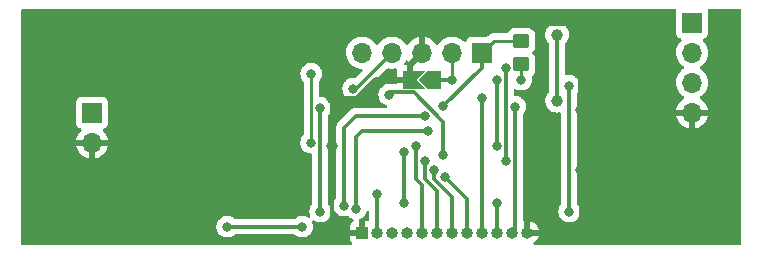
<source format=gbl>
G04 #@! TF.GenerationSoftware,KiCad,Pcbnew,(6.0.6)*
G04 #@! TF.CreationDate,2023-04-02T13:24:19+02:00*
G04 #@! TF.ProjectId,LampeSolairePetite,4c616d70-6553-46f6-9c61-697265506574,R00*
G04 #@! TF.SameCoordinates,PX5f5e100PY5cfbb60*
G04 #@! TF.FileFunction,Copper,L2,Bot*
G04 #@! TF.FilePolarity,Positive*
%FSLAX46Y46*%
G04 Gerber Fmt 4.6, Leading zero omitted, Abs format (unit mm)*
G04 Created by KiCad (PCBNEW (6.0.6)) date 2023-04-02 13:24:19*
%MOMM*%
%LPD*%
G01*
G04 APERTURE LIST*
G04 Aperture macros list*
%AMRoundRect*
0 Rectangle with rounded corners*
0 $1 Rounding radius*
0 $2 $3 $4 $5 $6 $7 $8 $9 X,Y pos of 4 corners*
0 Add a 4 corners polygon primitive as box body*
4,1,4,$2,$3,$4,$5,$6,$7,$8,$9,$2,$3,0*
0 Add four circle primitives for the rounded corners*
1,1,$1+$1,$2,$3*
1,1,$1+$1,$4,$5*
1,1,$1+$1,$6,$7*
1,1,$1+$1,$8,$9*
0 Add four rect primitives between the rounded corners*
20,1,$1+$1,$2,$3,$4,$5,0*
20,1,$1+$1,$4,$5,$6,$7,0*
20,1,$1+$1,$6,$7,$8,$9,0*
20,1,$1+$1,$8,$9,$2,$3,0*%
%AMFreePoly0*
4,1,6,0.587500,0.000000,1.287500,-0.725000,-0.587500,-0.725000,-0.587500,0.725000,1.287500,0.725000,0.587500,0.000000,0.587500,0.000000,$1*%
%AMFreePoly1*
4,1,6,0.587500,-0.725000,-0.587500,-0.725000,-1.287500,0.000000,-0.587500,0.725000,0.587500,0.725000,0.587500,-0.725000,0.587500,-0.725000,$1*%
G04 Aperture macros list end*
G04 #@! TA.AperFunction,ComponentPad*
%ADD10R,1.700000X1.700000*%
G04 #@! TD*
G04 #@! TA.AperFunction,ComponentPad*
%ADD11O,1.700000X1.700000*%
G04 #@! TD*
G04 #@! TA.AperFunction,SMDPad,CuDef*
%ADD12FreePoly0,0.000000*%
G04 #@! TD*
G04 #@! TA.AperFunction,SMDPad,CuDef*
%ADD13FreePoly1,0.000000*%
G04 #@! TD*
G04 #@! TA.AperFunction,SMDPad,CuDef*
%ADD14RoundRect,0.250000X-0.450000X0.350000X-0.450000X-0.350000X0.450000X-0.350000X0.450000X0.350000X0*%
G04 #@! TD*
G04 #@! TA.AperFunction,ComponentPad*
%ADD15R,1.000000X1.000000*%
G04 #@! TD*
G04 #@! TA.AperFunction,ComponentPad*
%ADD16O,1.000000X1.000000*%
G04 #@! TD*
G04 #@! TA.AperFunction,ViaPad*
%ADD17C,0.800000*%
G04 #@! TD*
G04 #@! TA.AperFunction,ViaPad*
%ADD18C,1.000000*%
G04 #@! TD*
G04 #@! TA.AperFunction,Conductor*
%ADD19C,0.300000*%
G04 #@! TD*
G04 #@! TA.AperFunction,Conductor*
%ADD20C,0.500000*%
G04 #@! TD*
G04 #@! TA.AperFunction,Conductor*
%ADD21C,0.250000*%
G04 #@! TD*
G04 APERTURE END LIST*
D10*
X47320000Y23840000D03*
D11*
X47320000Y21300000D03*
X47320000Y18760000D03*
X47320000Y16220000D03*
X19375000Y21300000D03*
X21915000Y21300000D03*
X24455000Y21300000D03*
X26995000Y21300000D03*
D10*
X29535000Y21300000D03*
D12*
X23422500Y19014000D03*
D13*
X25497500Y19014000D03*
D14*
X32842000Y22300000D03*
X32842000Y20300000D03*
D15*
X19380000Y6060000D03*
D16*
X20650000Y6060000D03*
X21920000Y6060000D03*
X23190000Y6060000D03*
X24460000Y6060000D03*
X25730000Y6060000D03*
X27000000Y6060000D03*
X28270000Y6060000D03*
X29540000Y6060000D03*
X30810000Y6060000D03*
X32080000Y6060000D03*
X33350000Y6060000D03*
D11*
X-3480000Y13680000D03*
D10*
X-3480000Y16220000D03*
D17*
X32334000Y16728000D03*
X31572000Y12156000D03*
X31542500Y20030000D03*
X18618000Y18252000D03*
X21666000Y17744000D03*
X26238000Y12664000D03*
X14300000Y6568000D03*
X7950000Y6568000D03*
X17856000Y8346000D03*
X24676683Y15959362D03*
X18872000Y8092000D03*
X24947262Y14661213D03*
X36906000Y18506000D03*
X36906000Y7838000D03*
X30810000Y8600000D03*
X22936000Y8600000D03*
X22936000Y12918000D03*
X20650000Y9362000D03*
X23952000Y13426000D03*
X24714000Y12156000D03*
X25476000Y11394000D03*
X26386977Y10780977D03*
D18*
X37922000Y11394000D03*
X35890000Y22824000D03*
X35890000Y17236000D03*
D17*
X26259977Y16749977D03*
X29540000Y17490000D03*
X15824000Y7838000D03*
X15824000Y16640500D03*
X30793000Y13425340D03*
X30793000Y19013340D03*
X15062000Y13680000D03*
X15062000Y19522000D03*
D18*
X5918000Y18506000D03*
X5918000Y15712000D03*
X16840000Y13426000D03*
X16840000Y17490000D03*
D17*
X32842000Y19014000D03*
X27000000Y19014000D03*
D18*
X37922000Y16474000D03*
X37922000Y20538000D03*
D19*
X32334000Y16728000D02*
X32334000Y6314000D01*
X32334000Y6314000D02*
X32080000Y6060000D01*
X31542500Y12185500D02*
X31572000Y12156000D01*
X31542500Y20030000D02*
X31542500Y12185500D01*
X30810000Y13442340D02*
X30793000Y13425340D01*
X30793000Y19013340D02*
X30810000Y18996340D01*
X30810000Y18996340D02*
X30810000Y13442340D01*
X18618000Y18252000D02*
X18867000Y18252000D01*
D20*
X18969875Y17402500D02*
X16927500Y17402500D01*
X20581375Y19014000D02*
X18969875Y17402500D01*
D19*
X21666000Y17880000D02*
X21666000Y17744000D01*
X21725000Y17939000D02*
X21666000Y17880000D01*
X23757000Y17939000D02*
X21725000Y17939000D01*
X26238000Y12664000D02*
X26238000Y15458000D01*
X19345213Y14661213D02*
X24947262Y14661213D01*
X26238000Y15458000D02*
X23757000Y17939000D01*
X18872000Y14188000D02*
X19345213Y14661213D01*
X18872000Y8092000D02*
X18872000Y14188000D01*
D20*
X16927500Y17402500D02*
X16840000Y17490000D01*
D19*
X18865362Y15959362D02*
X24676683Y15959362D01*
X18867000Y18252000D02*
X21915000Y21300000D01*
X17856000Y14950000D02*
X18865362Y15959362D01*
D20*
X23422500Y19014000D02*
X20581375Y19014000D01*
D19*
X17856000Y8346000D02*
X17856000Y14950000D01*
X29535000Y20025000D02*
X26259977Y16749977D01*
X29535000Y21300000D02*
X29535000Y20025000D01*
X7950000Y6568000D02*
X14300000Y6568000D01*
X36906000Y7838000D02*
X36906000Y18506000D01*
X22936000Y12918000D02*
X22936000Y8600000D01*
X30810000Y6060000D02*
X30810000Y8600000D01*
X16840000Y6568000D02*
X16840000Y13426000D01*
X17348000Y6060000D02*
X16840000Y6568000D01*
X19380000Y6060000D02*
X17348000Y6060000D01*
X20650000Y9362000D02*
X20650000Y6060000D01*
X23952000Y10632000D02*
X23952000Y13426000D01*
X24460000Y10124000D02*
X23952000Y10632000D01*
X24460000Y6060000D02*
X24460000Y10124000D01*
X25730000Y9616000D02*
X24714000Y10632000D01*
X24714000Y10632000D02*
X24714000Y12156000D01*
X25730000Y6060000D02*
X25730000Y9616000D01*
X27000000Y6060000D02*
X27000000Y9108000D01*
X28270000Y8897954D02*
X26386977Y10780977D01*
X28270000Y6060000D02*
X28270000Y8897954D01*
X25476000Y10632000D02*
X25476000Y11394000D01*
X27000000Y9108000D02*
X25476000Y10632000D01*
X37922000Y7330000D02*
X37922000Y11394000D01*
X36652000Y6060000D02*
X37922000Y7330000D01*
X33350000Y6060000D02*
X36652000Y6060000D01*
X37922000Y11394000D02*
X37922000Y16474000D01*
X35890000Y17236000D02*
X35890000Y22824000D01*
D20*
X37922000Y22824000D02*
X37922000Y20538000D01*
X25476000Y23840000D02*
X36906000Y23840000D01*
X24455000Y22819000D02*
X25476000Y23840000D01*
X24455000Y21300000D02*
X24455000Y22819000D01*
X36906000Y23840000D02*
X37922000Y22824000D01*
D19*
X29540000Y17490000D02*
X29540000Y6060000D01*
X15824000Y16640500D02*
X15824000Y7838000D01*
D21*
X15062000Y19522000D02*
X15062000Y13680000D01*
D20*
X5918000Y18506000D02*
X5918000Y15712000D01*
D19*
X16840000Y13426000D02*
X16840000Y17490000D01*
D20*
X23422500Y20267500D02*
X23422500Y19014000D01*
X24455000Y21300000D02*
X23422500Y20267500D01*
D19*
X25497500Y19014000D02*
X27000000Y19014000D01*
D21*
X32842000Y19014000D02*
X32842000Y20300000D01*
X26995000Y19019000D02*
X27000000Y19014000D01*
X26995000Y21300000D02*
X26995000Y19019000D01*
X32826000Y22316000D02*
X32842000Y22300000D01*
X30551000Y22316000D02*
X32826000Y22316000D01*
X29535000Y21300000D02*
X30551000Y22316000D01*
D20*
X37922000Y20538000D02*
X37922000Y16474000D01*
G04 #@! TA.AperFunction,Conductor*
G36*
X45926249Y24971498D02*
G01*
X45972742Y24917842D01*
X45982846Y24847568D01*
X45976111Y24821272D01*
X45968255Y24800316D01*
X45961500Y24738134D01*
X45961500Y22941866D01*
X45968255Y22879684D01*
X46019385Y22743295D01*
X46106739Y22626739D01*
X46223295Y22539385D01*
X46231704Y22536233D01*
X46231705Y22536232D01*
X46340451Y22495465D01*
X46397216Y22452824D01*
X46421916Y22386262D01*
X46406709Y22316913D01*
X46387316Y22290432D01*
X46321280Y22221329D01*
X46260629Y22157862D01*
X46257720Y22153597D01*
X46257714Y22153589D01*
X46214193Y22089789D01*
X46134743Y21973320D01*
X46040688Y21770695D01*
X45980989Y21555430D01*
X45957251Y21333305D01*
X45957548Y21328152D01*
X45957548Y21328149D01*
X45963011Y21233410D01*
X45970110Y21110285D01*
X45971247Y21105239D01*
X45971248Y21105233D01*
X45982031Y21057386D01*
X46019222Y20892361D01*
X46103266Y20685384D01*
X46105965Y20680980D01*
X46217291Y20499312D01*
X46219987Y20494912D01*
X46366250Y20326062D01*
X46538126Y20183368D01*
X46608595Y20142189D01*
X46611445Y20140524D01*
X46660169Y20088886D01*
X46673240Y20019103D01*
X46646509Y19953331D01*
X46606055Y19919973D01*
X46593607Y19913493D01*
X46589474Y19910390D01*
X46589471Y19910388D01*
X46419100Y19782470D01*
X46414965Y19779365D01*
X46411393Y19775627D01*
X46276251Y19634209D01*
X46260629Y19617862D01*
X46257715Y19613590D01*
X46257714Y19613589D01*
X46239838Y19587383D01*
X46134743Y19433320D01*
X46108213Y19376166D01*
X46048720Y19247998D01*
X46040688Y19230695D01*
X45980989Y19015430D01*
X45957251Y18793305D01*
X45957548Y18788152D01*
X45957548Y18788149D01*
X45969812Y18575453D01*
X45970110Y18570285D01*
X45971247Y18565239D01*
X45971248Y18565233D01*
X45983118Y18512565D01*
X46019222Y18352361D01*
X46057461Y18258189D01*
X46089236Y18179937D01*
X46103266Y18145384D01*
X46125396Y18109271D01*
X46211320Y17969056D01*
X46219987Y17954912D01*
X46366250Y17786062D01*
X46538126Y17643368D01*
X46563525Y17628526D01*
X46611955Y17600226D01*
X46660679Y17548588D01*
X46673750Y17478805D01*
X46647019Y17413033D01*
X46606562Y17379673D01*
X46598457Y17375454D01*
X46589738Y17369964D01*
X46419433Y17242095D01*
X46411726Y17235252D01*
X46264590Y17081283D01*
X46258104Y17073273D01*
X46138098Y16897351D01*
X46133000Y16888377D01*
X46043338Y16695217D01*
X46039775Y16685530D01*
X45984389Y16485817D01*
X45985912Y16477393D01*
X45998292Y16474000D01*
X48638344Y16474000D01*
X48651875Y16477973D01*
X48653180Y16487053D01*
X48611214Y16654125D01*
X48607894Y16663876D01*
X48522972Y16859186D01*
X48518105Y16868261D01*
X48402426Y17047074D01*
X48396136Y17055243D01*
X48252806Y17212760D01*
X48245273Y17219785D01*
X48078139Y17351778D01*
X48069556Y17357480D01*
X48032602Y17377880D01*
X47982631Y17428313D01*
X47967859Y17497755D01*
X47992975Y17564161D01*
X48020327Y17590768D01*
X48074409Y17629344D01*
X48199860Y17718827D01*
X48256180Y17774950D01*
X48303089Y17821696D01*
X48358096Y17876511D01*
X48367739Y17889930D01*
X48485435Y18053723D01*
X48488453Y18057923D01*
X48515089Y18111816D01*
X48585136Y18253547D01*
X48585137Y18253549D01*
X48587430Y18258189D01*
X48652370Y18471931D01*
X48681529Y18693410D01*
X48683156Y18760000D01*
X48664852Y18982639D01*
X48610431Y19199298D01*
X48521354Y19404160D01*
X48454200Y19507964D01*
X48402822Y19587383D01*
X48402820Y19587386D01*
X48400014Y19591723D01*
X48249670Y19756949D01*
X48245619Y19760148D01*
X48245615Y19760152D01*
X48078414Y19892200D01*
X48078410Y19892202D01*
X48074359Y19895402D01*
X48033053Y19918204D01*
X47983084Y19968636D01*
X47968312Y20038079D01*
X47993428Y20104484D01*
X48020780Y20131091D01*
X48064603Y20162350D01*
X48199860Y20258827D01*
X48250447Y20309237D01*
X48294124Y20352762D01*
X48358096Y20416511D01*
X48417594Y20499311D01*
X48485435Y20593723D01*
X48488453Y20597923D01*
X48501995Y20625322D01*
X48585136Y20793547D01*
X48585137Y20793549D01*
X48587430Y20798189D01*
X48652370Y21011931D01*
X48681529Y21233410D01*
X48681897Y21248478D01*
X48683074Y21296635D01*
X48683074Y21296639D01*
X48683156Y21300000D01*
X48664852Y21522639D01*
X48610431Y21739298D01*
X48521354Y21944160D01*
X48460371Y22038426D01*
X48402822Y22127383D01*
X48402820Y22127386D01*
X48400014Y22131723D01*
X48396532Y22135550D01*
X48252798Y22293512D01*
X48221746Y22357358D01*
X48230141Y22427857D01*
X48275317Y22482625D01*
X48301761Y22496294D01*
X48408297Y22536233D01*
X48416705Y22539385D01*
X48533261Y22626739D01*
X48620615Y22743295D01*
X48671745Y22879684D01*
X48678500Y22941866D01*
X48678500Y24738134D01*
X48671745Y24800316D01*
X48663889Y24821272D01*
X48658707Y24892079D01*
X48692629Y24954448D01*
X48754885Y24988576D01*
X48781872Y24991500D01*
X51365500Y24991500D01*
X51433621Y24971498D01*
X51480114Y24917842D01*
X51491500Y24865500D01*
X51491500Y5134500D01*
X51471498Y5066379D01*
X51417842Y5019886D01*
X51365500Y5008500D01*
X34007404Y5008500D01*
X33939283Y5028502D01*
X33892790Y5082158D01*
X33882686Y5152432D01*
X33912180Y5217012D01*
X33929831Y5233790D01*
X34043645Y5322711D01*
X34052527Y5331169D01*
X34173643Y5471483D01*
X34180711Y5481503D01*
X34272262Y5642663D01*
X34277256Y5653879D01*
X34322142Y5788810D01*
X34322643Y5802903D01*
X34316454Y5806000D01*
X33222000Y5806000D01*
X33153879Y5826002D01*
X33107386Y5879658D01*
X33096000Y5932000D01*
X33096000Y6332115D01*
X33604000Y6332115D01*
X33608475Y6316876D01*
X33609865Y6315671D01*
X33617548Y6314000D01*
X34308183Y6314000D01*
X34321714Y6317973D01*
X34322806Y6325567D01*
X34288231Y6440081D01*
X34283560Y6451414D01*
X34196540Y6615077D01*
X34189751Y6625294D01*
X34072603Y6768933D01*
X34063959Y6777637D01*
X33921144Y6895784D01*
X33910973Y6902644D01*
X33747924Y6990804D01*
X33736619Y6995556D01*
X33621308Y7031250D01*
X33607205Y7031456D01*
X33604000Y7024701D01*
X33604000Y6332115D01*
X33096000Y6332115D01*
X33096000Y7017924D01*
X33091525Y7033163D01*
X33088613Y7035686D01*
X33035986Y7059721D01*
X32997603Y7119447D01*
X32992500Y7154944D01*
X32992500Y16053241D01*
X33012502Y16121362D01*
X33024864Y16137551D01*
X33068621Y16186148D01*
X33068622Y16186149D01*
X33073040Y16191056D01*
X33168527Y16356444D01*
X33227542Y16538072D01*
X33228680Y16548893D01*
X33246814Y16721435D01*
X33247504Y16728000D01*
X33236428Y16833380D01*
X33228232Y16911365D01*
X33228232Y16911367D01*
X33227542Y16917928D01*
X33168527Y17099556D01*
X33081582Y17250149D01*
X34876719Y17250149D01*
X34877235Y17244005D01*
X34892581Y17061251D01*
X34893268Y17053066D01*
X34906830Y17005771D01*
X34944269Y16875206D01*
X34947783Y16862950D01*
X34962980Y16833380D01*
X35033987Y16695217D01*
X35038187Y16687044D01*
X35161035Y16532047D01*
X35165728Y16528053D01*
X35165729Y16528052D01*
X35265427Y16443203D01*
X35311650Y16403864D01*
X35484294Y16307376D01*
X35672392Y16246260D01*
X35868777Y16222842D01*
X35874912Y16223314D01*
X35874914Y16223314D01*
X36059831Y16237543D01*
X36059836Y16237544D01*
X36065972Y16238016D01*
X36071907Y16239673D01*
X36087617Y16244059D01*
X36158607Y16243112D01*
X36217816Y16203936D01*
X36246445Y16138967D01*
X36247500Y16122700D01*
X36247500Y8512759D01*
X36227498Y8444638D01*
X36215136Y8428449D01*
X36166960Y8374944D01*
X36071473Y8209556D01*
X36012458Y8027928D01*
X36011768Y8021367D01*
X36011768Y8021365D01*
X36000593Y7915040D01*
X35992496Y7838000D01*
X35993186Y7831435D01*
X36010863Y7663251D01*
X36012458Y7648072D01*
X36071473Y7466444D01*
X36166960Y7301056D01*
X36171378Y7296149D01*
X36171379Y7296148D01*
X36272074Y7184315D01*
X36294747Y7159134D01*
X36350098Y7118919D01*
X36443773Y7050860D01*
X36449248Y7046882D01*
X36455276Y7044198D01*
X36455278Y7044197D01*
X36615983Y6972647D01*
X36623712Y6969206D01*
X36717113Y6949353D01*
X36804056Y6930872D01*
X36804061Y6930872D01*
X36810513Y6929500D01*
X37001487Y6929500D01*
X37007939Y6930872D01*
X37007944Y6930872D01*
X37094887Y6949353D01*
X37188288Y6969206D01*
X37196017Y6972647D01*
X37356722Y7044197D01*
X37356724Y7044198D01*
X37362752Y7046882D01*
X37368228Y7050860D01*
X37461902Y7118919D01*
X37517253Y7159134D01*
X37539926Y7184315D01*
X37640621Y7296148D01*
X37640622Y7296149D01*
X37645040Y7301056D01*
X37740527Y7466444D01*
X37799542Y7648072D01*
X37801138Y7663251D01*
X37818814Y7831435D01*
X37819504Y7838000D01*
X37811407Y7915040D01*
X37800232Y8021365D01*
X37800232Y8021367D01*
X37799542Y8027928D01*
X37740527Y8209556D01*
X37645040Y8374944D01*
X37596864Y8428449D01*
X37566146Y8492456D01*
X37564500Y8512759D01*
X37564500Y15952034D01*
X45988257Y15952034D01*
X46018565Y15817554D01*
X46021645Y15807725D01*
X46101770Y15610397D01*
X46106413Y15601206D01*
X46217694Y15419612D01*
X46223777Y15411301D01*
X46363213Y15250333D01*
X46370580Y15243117D01*
X46534434Y15107084D01*
X46542881Y15101169D01*
X46726756Y14993721D01*
X46736042Y14989271D01*
X46935001Y14913297D01*
X46944899Y14910421D01*
X47048250Y14889394D01*
X47062299Y14890590D01*
X47066000Y14900935D01*
X47066000Y14901483D01*
X47574000Y14901483D01*
X47578064Y14887641D01*
X47591478Y14885607D01*
X47598184Y14886466D01*
X47608262Y14888608D01*
X47812255Y14949809D01*
X47821842Y14953567D01*
X48013095Y15047261D01*
X48021945Y15052536D01*
X48195328Y15176208D01*
X48203200Y15182861D01*
X48354052Y15333188D01*
X48360730Y15341035D01*
X48485003Y15513980D01*
X48490313Y15522817D01*
X48584670Y15713733D01*
X48588469Y15723328D01*
X48650377Y15927090D01*
X48652555Y15937163D01*
X48653986Y15948038D01*
X48651775Y15962222D01*
X48638617Y15966000D01*
X47592115Y15966000D01*
X47576876Y15961525D01*
X47575671Y15960135D01*
X47574000Y15952452D01*
X47574000Y14901483D01*
X47066000Y14901483D01*
X47066000Y15947885D01*
X47061525Y15963124D01*
X47060135Y15964329D01*
X47052452Y15966000D01*
X46003225Y15966000D01*
X45989694Y15962027D01*
X45988257Y15952034D01*
X37564500Y15952034D01*
X37564500Y17831241D01*
X37584502Y17899362D01*
X37596864Y17915551D01*
X37640621Y17964148D01*
X37640622Y17964149D01*
X37645040Y17969056D01*
X37740527Y18134444D01*
X37799542Y18316072D01*
X37801138Y18331251D01*
X37818814Y18499435D01*
X37819504Y18506000D01*
X37813278Y18565233D01*
X37800232Y18689365D01*
X37800232Y18689367D01*
X37799542Y18695928D01*
X37740527Y18877556D01*
X37725383Y18903787D01*
X37658049Y19020412D01*
X37645040Y19042944D01*
X37562805Y19134276D01*
X37521675Y19179955D01*
X37521674Y19179956D01*
X37517253Y19184866D01*
X37402829Y19268000D01*
X37368094Y19293237D01*
X37368093Y19293238D01*
X37362752Y19297118D01*
X37356724Y19299802D01*
X37356722Y19299803D01*
X37194319Y19372109D01*
X37194318Y19372109D01*
X37188288Y19374794D01*
X37085888Y19396560D01*
X37007944Y19413128D01*
X37007939Y19413128D01*
X37001487Y19414500D01*
X36810513Y19414500D01*
X36804061Y19413128D01*
X36804056Y19413128D01*
X36700697Y19391158D01*
X36629906Y19396560D01*
X36573273Y19439377D01*
X36548780Y19506015D01*
X36548500Y19514405D01*
X36548500Y21998544D01*
X36568502Y22066665D01*
X36586165Y22088044D01*
X36588847Y22090139D01*
X36653463Y22164997D01*
X36714049Y22235187D01*
X36714050Y22235189D01*
X36718078Y22239855D01*
X36815769Y22411821D01*
X36878197Y22599487D01*
X36902985Y22795705D01*
X36903380Y22824000D01*
X36884080Y23020833D01*
X36826916Y23210169D01*
X36734066Y23384796D01*
X36663709Y23471062D01*
X36612960Y23533287D01*
X36612957Y23533290D01*
X36609065Y23538062D01*
X36602724Y23543308D01*
X36461425Y23660201D01*
X36461421Y23660203D01*
X36456675Y23664130D01*
X36282701Y23758198D01*
X36093768Y23816682D01*
X36087643Y23817326D01*
X36087642Y23817326D01*
X35903204Y23836711D01*
X35903202Y23836711D01*
X35897075Y23837355D01*
X35814576Y23829847D01*
X35706251Y23819989D01*
X35706248Y23819988D01*
X35700112Y23819430D01*
X35694206Y23817692D01*
X35694202Y23817691D01*
X35589076Y23786751D01*
X35510381Y23763590D01*
X35504923Y23760737D01*
X35504919Y23760735D01*
X35414147Y23713280D01*
X35335110Y23671960D01*
X35180975Y23548032D01*
X35053846Y23396526D01*
X35050879Y23391128D01*
X35050875Y23391123D01*
X35021822Y23338275D01*
X34958567Y23223213D01*
X34956706Y23217346D01*
X34956705Y23217344D01*
X34925229Y23118120D01*
X34898765Y23034694D01*
X34876719Y22838149D01*
X34878203Y22820477D01*
X34892300Y22652598D01*
X34893268Y22641066D01*
X34904867Y22600615D01*
X34935019Y22495465D01*
X34947783Y22450950D01*
X34950602Y22445465D01*
X35030279Y22290432D01*
X35038187Y22275044D01*
X35161035Y22120047D01*
X35165729Y22116053D01*
X35165730Y22116051D01*
X35187164Y22097809D01*
X35226076Y22038426D01*
X35231500Y22001856D01*
X35231500Y18061025D01*
X35211498Y17992904D01*
X35189719Y17968683D01*
X35190184Y17968208D01*
X35185782Y17963897D01*
X35180975Y17960032D01*
X35053846Y17808526D01*
X35050879Y17803128D01*
X35050875Y17803123D01*
X34995070Y17701613D01*
X34958567Y17635213D01*
X34956706Y17629346D01*
X34956705Y17629344D01*
X34910420Y17483435D01*
X34898765Y17446694D01*
X34876719Y17250149D01*
X33081582Y17250149D01*
X33073040Y17264944D01*
X33059034Y17280500D01*
X32949675Y17401955D01*
X32949674Y17401956D01*
X32945253Y17406866D01*
X32830829Y17490000D01*
X32796094Y17515237D01*
X32796093Y17515238D01*
X32790752Y17519118D01*
X32784724Y17521802D01*
X32784722Y17521803D01*
X32622319Y17594109D01*
X32622318Y17594109D01*
X32616288Y17596794D01*
X32512895Y17618771D01*
X32435944Y17635128D01*
X32435939Y17635128D01*
X32429487Y17636500D01*
X32327000Y17636500D01*
X32258879Y17656502D01*
X32212386Y17710158D01*
X32201000Y17762500D01*
X32201000Y18111816D01*
X32221002Y18179937D01*
X32274658Y18226430D01*
X32344932Y18236534D01*
X32385131Y18222620D01*
X32385248Y18222882D01*
X32388304Y18221521D01*
X32388308Y18221520D01*
X32391274Y18220199D01*
X32506571Y18168866D01*
X32559712Y18145206D01*
X32653113Y18125353D01*
X32740056Y18106872D01*
X32740061Y18106872D01*
X32746513Y18105500D01*
X32937487Y18105500D01*
X32943939Y18106872D01*
X32943944Y18106872D01*
X33030887Y18125353D01*
X33124288Y18145206D01*
X33172046Y18166469D01*
X33292722Y18220197D01*
X33292724Y18220198D01*
X33298752Y18222882D01*
X33329794Y18245435D01*
X33413839Y18306498D01*
X33453253Y18335134D01*
X33532247Y18422866D01*
X33576621Y18472148D01*
X33576622Y18472149D01*
X33581040Y18477056D01*
X33676527Y18642444D01*
X33735542Y18824072D01*
X33740143Y18867842D01*
X33754814Y19007435D01*
X33755504Y19014000D01*
X33744280Y19120794D01*
X33736233Y19197358D01*
X33736232Y19197362D01*
X33735542Y19203928D01*
X33730497Y19219456D01*
X33728471Y19290424D01*
X33764702Y19350504D01*
X33766348Y19351522D01*
X33891305Y19476697D01*
X33960325Y19588667D01*
X33980275Y19621032D01*
X33980276Y19621034D01*
X33984115Y19627262D01*
X34027130Y19756949D01*
X34037632Y19788611D01*
X34037632Y19788613D01*
X34039797Y19795139D01*
X34050500Y19899600D01*
X34050500Y20700400D01*
X34049622Y20708866D01*
X34040238Y20799308D01*
X34040237Y20799312D01*
X34039526Y20806166D01*
X33995834Y20937128D01*
X33985868Y20966998D01*
X33983550Y20973946D01*
X33890478Y21124348D01*
X33803891Y21210784D01*
X33769812Y21273066D01*
X33774815Y21343886D01*
X33803736Y21388975D01*
X33886134Y21471517D01*
X33891305Y21476697D01*
X33922718Y21527658D01*
X33980275Y21621032D01*
X33980276Y21621034D01*
X33984115Y21627262D01*
X34019611Y21734280D01*
X34037632Y21788611D01*
X34037632Y21788613D01*
X34039797Y21795139D01*
X34050500Y21899600D01*
X34050500Y22700400D01*
X34046098Y22742827D01*
X34040238Y22799308D01*
X34040237Y22799312D01*
X34039526Y22806166D01*
X34034752Y22820477D01*
X33985868Y22966998D01*
X33983550Y22973946D01*
X33890478Y23124348D01*
X33765303Y23249305D01*
X33759072Y23253146D01*
X33620968Y23338275D01*
X33620966Y23338276D01*
X33614738Y23342115D01*
X33534995Y23368564D01*
X33453389Y23395632D01*
X33453387Y23395632D01*
X33446861Y23397797D01*
X33440025Y23398497D01*
X33440022Y23398498D01*
X33396969Y23402909D01*
X33342400Y23408500D01*
X32341600Y23408500D01*
X32338354Y23408163D01*
X32338350Y23408163D01*
X32242692Y23398238D01*
X32242688Y23398237D01*
X32235834Y23397526D01*
X32229298Y23395345D01*
X32229296Y23395345D01*
X32181369Y23379355D01*
X32068054Y23341550D01*
X31917652Y23248478D01*
X31792695Y23123303D01*
X31788855Y23117073D01*
X31788854Y23117072D01*
X31722474Y23009384D01*
X31669702Y22961891D01*
X31615214Y22949500D01*
X30629767Y22949500D01*
X30618584Y22950027D01*
X30611091Y22951702D01*
X30603165Y22951453D01*
X30603164Y22951453D01*
X30543001Y22949562D01*
X30539043Y22949500D01*
X30511144Y22949500D01*
X30507154Y22948996D01*
X30495320Y22948064D01*
X30451111Y22946674D01*
X30443497Y22944462D01*
X30443492Y22944461D01*
X30431659Y22941023D01*
X30412296Y22937012D01*
X30392203Y22934474D01*
X30384836Y22931557D01*
X30384831Y22931556D01*
X30351092Y22918198D01*
X30339865Y22914354D01*
X30297407Y22902018D01*
X30290581Y22897981D01*
X30279972Y22891707D01*
X30262224Y22883012D01*
X30243383Y22875552D01*
X30236967Y22870890D01*
X30236966Y22870890D01*
X30207613Y22849564D01*
X30197693Y22843048D01*
X30166465Y22824580D01*
X30166462Y22824578D01*
X30159638Y22820542D01*
X30145317Y22806221D01*
X30130284Y22793381D01*
X30113893Y22781472D01*
X30108842Y22775366D01*
X30085702Y22747395D01*
X30077712Y22738616D01*
X30034501Y22695405D01*
X29972189Y22661379D01*
X29945406Y22658500D01*
X28636866Y22658500D01*
X28574684Y22651745D01*
X28438295Y22600615D01*
X28321739Y22513261D01*
X28234385Y22396705D01*
X28231233Y22388297D01*
X28189919Y22278093D01*
X28147277Y22221329D01*
X28080716Y22196629D01*
X28011367Y22211837D01*
X27978743Y22237524D01*
X27928151Y22293125D01*
X27928142Y22293134D01*
X27924670Y22296949D01*
X27920619Y22300148D01*
X27920615Y22300152D01*
X27753414Y22432200D01*
X27753410Y22432202D01*
X27749359Y22435402D01*
X27713028Y22455458D01*
X27663814Y22482625D01*
X27553789Y22543362D01*
X27548920Y22545086D01*
X27548916Y22545088D01*
X27348087Y22616205D01*
X27348083Y22616206D01*
X27343212Y22617931D01*
X27338119Y22618838D01*
X27338116Y22618839D01*
X27128373Y22656200D01*
X27128367Y22656201D01*
X27123284Y22657106D01*
X27049452Y22658008D01*
X26905081Y22659772D01*
X26905079Y22659772D01*
X26899911Y22659835D01*
X26679091Y22626045D01*
X26466756Y22556643D01*
X26433604Y22539385D01*
X26275108Y22456877D01*
X26268607Y22453493D01*
X26264474Y22450390D01*
X26264471Y22450388D01*
X26140567Y22357358D01*
X26089965Y22319365D01*
X26064541Y22292760D01*
X25996280Y22221329D01*
X25935629Y22157862D01*
X25932720Y22153597D01*
X25932714Y22153589D01*
X25889193Y22089789D01*
X25828204Y22000382D01*
X25827898Y21999934D01*
X25772987Y21954931D01*
X25702462Y21946760D01*
X25638715Y21978014D01*
X25618018Y22002498D01*
X25537426Y22127074D01*
X25531136Y22135243D01*
X25387806Y22292760D01*
X25380273Y22299785D01*
X25213139Y22431778D01*
X25204552Y22437483D01*
X25018117Y22540401D01*
X25008705Y22544631D01*
X24807959Y22615720D01*
X24797988Y22618354D01*
X24726837Y22631028D01*
X24713540Y22629568D01*
X24709000Y22615011D01*
X24709000Y21172000D01*
X24688998Y21103879D01*
X24635342Y21057386D01*
X24583000Y21046000D01*
X24327000Y21046000D01*
X24258879Y21066002D01*
X24212386Y21119658D01*
X24201000Y21172000D01*
X24201000Y22616898D01*
X24197082Y22630242D01*
X24182806Y22632229D01*
X24144324Y22626340D01*
X24134288Y22623949D01*
X23931868Y22557788D01*
X23922359Y22553791D01*
X23733463Y22455458D01*
X23724738Y22449964D01*
X23554433Y22322095D01*
X23546726Y22315252D01*
X23399590Y22161283D01*
X23393109Y22153278D01*
X23288498Y21999926D01*
X23233587Y21954924D01*
X23163062Y21946753D01*
X23099315Y21978007D01*
X23078618Y22002491D01*
X22997822Y22127383D01*
X22997820Y22127386D01*
X22995014Y22131723D01*
X22844670Y22296949D01*
X22840619Y22300148D01*
X22840615Y22300152D01*
X22673414Y22432200D01*
X22673410Y22432202D01*
X22669359Y22435402D01*
X22633028Y22455458D01*
X22583814Y22482625D01*
X22473789Y22543362D01*
X22468920Y22545086D01*
X22468916Y22545088D01*
X22268087Y22616205D01*
X22268083Y22616206D01*
X22263212Y22617931D01*
X22258119Y22618838D01*
X22258116Y22618839D01*
X22048373Y22656200D01*
X22048367Y22656201D01*
X22043284Y22657106D01*
X21969452Y22658008D01*
X21825081Y22659772D01*
X21825079Y22659772D01*
X21819911Y22659835D01*
X21599091Y22626045D01*
X21386756Y22556643D01*
X21353604Y22539385D01*
X21195108Y22456877D01*
X21188607Y22453493D01*
X21184474Y22450390D01*
X21184471Y22450388D01*
X21060567Y22357358D01*
X21009965Y22319365D01*
X20984541Y22292760D01*
X20916280Y22221329D01*
X20855629Y22157862D01*
X20748201Y22000379D01*
X20693293Y21955379D01*
X20622768Y21947208D01*
X20559021Y21978462D01*
X20538324Y22002946D01*
X20457822Y22127383D01*
X20457820Y22127386D01*
X20455014Y22131723D01*
X20304670Y22296949D01*
X20300619Y22300148D01*
X20300615Y22300152D01*
X20133414Y22432200D01*
X20133410Y22432202D01*
X20129359Y22435402D01*
X20093028Y22455458D01*
X20043814Y22482625D01*
X19933789Y22543362D01*
X19928920Y22545086D01*
X19928916Y22545088D01*
X19728087Y22616205D01*
X19728083Y22616206D01*
X19723212Y22617931D01*
X19718119Y22618838D01*
X19718116Y22618839D01*
X19508373Y22656200D01*
X19508367Y22656201D01*
X19503284Y22657106D01*
X19429452Y22658008D01*
X19285081Y22659772D01*
X19285079Y22659772D01*
X19279911Y22659835D01*
X19059091Y22626045D01*
X18846756Y22556643D01*
X18813604Y22539385D01*
X18655108Y22456877D01*
X18648607Y22453493D01*
X18644474Y22450390D01*
X18644471Y22450388D01*
X18520567Y22357358D01*
X18469965Y22319365D01*
X18444541Y22292760D01*
X18376280Y22221329D01*
X18315629Y22157862D01*
X18312720Y22153597D01*
X18312714Y22153589D01*
X18269193Y22089789D01*
X18189743Y21973320D01*
X18095688Y21770695D01*
X18035989Y21555430D01*
X18012251Y21333305D01*
X18012548Y21328152D01*
X18012548Y21328149D01*
X18018011Y21233410D01*
X18025110Y21110285D01*
X18026247Y21105239D01*
X18026248Y21105233D01*
X18037031Y21057386D01*
X18074222Y20892361D01*
X18158266Y20685384D01*
X18160965Y20680980D01*
X18272291Y20499312D01*
X18274987Y20494912D01*
X18421250Y20326062D01*
X18593126Y20183368D01*
X18786000Y20070662D01*
X18790825Y20068820D01*
X18790826Y20068819D01*
X18816686Y20058944D01*
X18994692Y19990970D01*
X18999760Y19989939D01*
X18999763Y19989938D01*
X19064860Y19976694D01*
X19213597Y19946433D01*
X19218771Y19946243D01*
X19218773Y19946243D01*
X19326544Y19942291D01*
X19393886Y19919806D01*
X19438381Y19864483D01*
X19445903Y19793886D01*
X19411021Y19727281D01*
X18869694Y19185954D01*
X18807382Y19151928D01*
X18754402Y19151803D01*
X18713487Y19160500D01*
X18522513Y19160500D01*
X18516061Y19159128D01*
X18516056Y19159128D01*
X18448279Y19144721D01*
X18335712Y19120794D01*
X18329682Y19118109D01*
X18329681Y19118109D01*
X18167278Y19045803D01*
X18167276Y19045802D01*
X18161248Y19043118D01*
X18155907Y19039238D01*
X18155906Y19039237D01*
X18129996Y19020412D01*
X18006747Y18930866D01*
X18002326Y18925956D01*
X18002325Y18925955D01*
X17904937Y18817794D01*
X17878960Y18788944D01*
X17858863Y18754135D01*
X17797626Y18648069D01*
X17783473Y18623556D01*
X17724458Y18441928D01*
X17723768Y18435367D01*
X17723768Y18435365D01*
X17712524Y18328382D01*
X17704496Y18252000D01*
X17705186Y18245435D01*
X17719894Y18105500D01*
X17724458Y18062072D01*
X17783473Y17880444D01*
X17878960Y17715056D01*
X17883378Y17710149D01*
X17883379Y17710148D01*
X18001915Y17578500D01*
X18006747Y17573134D01*
X18094615Y17509294D01*
X18130207Y17483435D01*
X18161248Y17460882D01*
X18167276Y17458198D01*
X18167278Y17458197D01*
X18301929Y17398247D01*
X18335712Y17383206D01*
X18429113Y17363353D01*
X18516056Y17344872D01*
X18516061Y17344872D01*
X18522513Y17343500D01*
X18713487Y17343500D01*
X18719939Y17344872D01*
X18719944Y17344872D01*
X18806887Y17363353D01*
X18900288Y17383206D01*
X18934071Y17398247D01*
X19068722Y17458197D01*
X19068724Y17458198D01*
X19074752Y17460882D01*
X19105794Y17483435D01*
X19141385Y17509294D01*
X19229253Y17573134D01*
X19234085Y17578500D01*
X19352621Y17710148D01*
X19352622Y17710149D01*
X19357040Y17715056D01*
X19452527Y17880444D01*
X19455609Y17889931D01*
X19457020Y17892232D01*
X19457254Y17892758D01*
X19457323Y17892727D01*
X19486347Y17940087D01*
X21488928Y19942668D01*
X21551240Y19976694D01*
X21603140Y19977044D01*
X21753597Y19946433D01*
X21758772Y19946243D01*
X21758774Y19946243D01*
X21971673Y19938436D01*
X21971677Y19938436D01*
X21976837Y19938247D01*
X21981957Y19938903D01*
X21981959Y19938903D01*
X22193132Y19965955D01*
X22263242Y19954771D01*
X22316176Y19907457D01*
X22335127Y19839037D01*
X22333859Y19823044D01*
X22322416Y19743459D01*
X22321776Y19734505D01*
X22321776Y19286115D01*
X22326251Y19270876D01*
X22327641Y19269671D01*
X22335324Y19268000D01*
X23550500Y19268000D01*
X23618621Y19247998D01*
X23665114Y19194342D01*
X23676500Y19142000D01*
X23676500Y18886000D01*
X23656498Y18817879D01*
X23602842Y18771386D01*
X23550500Y18760000D01*
X22339891Y18760000D01*
X22324652Y18755525D01*
X22323447Y18754135D01*
X22321776Y18746452D01*
X22321776Y18723500D01*
X22301774Y18655379D01*
X22248118Y18608886D01*
X22195776Y18597500D01*
X22009422Y18597500D01*
X21958174Y18608393D01*
X21954323Y18610108D01*
X21954315Y18610111D01*
X21948288Y18612794D01*
X21835721Y18636721D01*
X21767944Y18651128D01*
X21767939Y18651128D01*
X21761487Y18652500D01*
X21570513Y18652500D01*
X21564061Y18651128D01*
X21564056Y18651128D01*
X21496279Y18636721D01*
X21383712Y18612794D01*
X21377682Y18610109D01*
X21377681Y18610109D01*
X21215278Y18537803D01*
X21215276Y18537802D01*
X21209248Y18535118D01*
X21203907Y18531238D01*
X21203906Y18531237D01*
X21169171Y18506000D01*
X21054747Y18422866D01*
X21050326Y18417956D01*
X21050325Y18417955D01*
X20952937Y18309794D01*
X20926960Y18280944D01*
X20910249Y18252000D01*
X20846152Y18140980D01*
X20831473Y18115556D01*
X20772458Y17933928D01*
X20771768Y17927367D01*
X20771768Y17927365D01*
X20766864Y17880708D01*
X20752496Y17744000D01*
X20753186Y17737435D01*
X20771398Y17564161D01*
X20772458Y17554072D01*
X20831473Y17372444D01*
X20834776Y17366722D01*
X20834777Y17366721D01*
X20847392Y17344872D01*
X20926960Y17207056D01*
X20931378Y17202149D01*
X20931379Y17202148D01*
X21050325Y17070045D01*
X21054747Y17065134D01*
X21209248Y16952882D01*
X21215276Y16950198D01*
X21215278Y16950197D01*
X21287756Y16917928D01*
X21383712Y16875206D01*
X21419526Y16867593D01*
X21421805Y16867109D01*
X21484279Y16833380D01*
X21518600Y16771231D01*
X21513872Y16700392D01*
X21471596Y16643354D01*
X21405195Y16618227D01*
X21395608Y16617862D01*
X18947418Y16617862D01*
X18935562Y16618421D01*
X18935559Y16618421D01*
X18927825Y16620150D01*
X18856993Y16617924D01*
X18853035Y16617862D01*
X18823930Y16617862D01*
X18819530Y16617306D01*
X18807698Y16616374D01*
X18761531Y16614924D01*
X18740941Y16608942D01*
X18721580Y16604932D01*
X18714592Y16604050D01*
X18708158Y16603237D01*
X18708157Y16603237D01*
X18700298Y16602244D01*
X18692933Y16599328D01*
X18692929Y16599327D01*
X18657344Y16585238D01*
X18646114Y16581393D01*
X18601761Y16568507D01*
X18594937Y16564471D01*
X18583305Y16557592D01*
X18565549Y16548893D01*
X18545606Y16540997D01*
X18527789Y16528052D01*
X18508230Y16513842D01*
X18498311Y16507327D01*
X18465385Y16487854D01*
X18465381Y16487851D01*
X18458555Y16483814D01*
X18443394Y16468653D01*
X18428362Y16455814D01*
X18411005Y16443203D01*
X18383279Y16409687D01*
X18381560Y16407610D01*
X18373570Y16398829D01*
X17448391Y15473651D01*
X17439612Y15465663D01*
X17432920Y15461416D01*
X17427495Y15455639D01*
X17384395Y15409742D01*
X17381640Y15406900D01*
X17361073Y15386333D01*
X17358356Y15382830D01*
X17350648Y15373805D01*
X17319028Y15340133D01*
X17315207Y15333182D01*
X17315206Y15333181D01*
X17308697Y15321342D01*
X17297843Y15304818D01*
X17294775Y15300862D01*
X17284696Y15287868D01*
X17281549Y15280596D01*
X17281548Y15280594D01*
X17266346Y15245465D01*
X17261124Y15234805D01*
X17238876Y15194337D01*
X17233541Y15173559D01*
X17227142Y15154869D01*
X17218620Y15135176D01*
X17215600Y15116109D01*
X17211394Y15089552D01*
X17208987Y15077929D01*
X17197500Y15033188D01*
X17197500Y15011741D01*
X17195949Y14992031D01*
X17192594Y14970848D01*
X17193340Y14962957D01*
X17196941Y14924862D01*
X17197500Y14913004D01*
X17197500Y9020759D01*
X17177498Y8952638D01*
X17165136Y8936449D01*
X17116960Y8882944D01*
X17021473Y8717556D01*
X16962458Y8535928D01*
X16942496Y8346000D01*
X16962458Y8156072D01*
X17021473Y7974444D01*
X17024776Y7968722D01*
X17024777Y7968721D01*
X17052252Y7921134D01*
X17116960Y7809056D01*
X17121378Y7804149D01*
X17121379Y7804148D01*
X17221572Y7692872D01*
X17244747Y7667134D01*
X17399248Y7554882D01*
X17405276Y7552198D01*
X17405278Y7552197D01*
X17527477Y7497791D01*
X17573712Y7477206D01*
X17667113Y7457353D01*
X17754056Y7438872D01*
X17754061Y7438872D01*
X17760513Y7437500D01*
X17951487Y7437500D01*
X17957940Y7438872D01*
X17957953Y7438873D01*
X18121495Y7473636D01*
X18192285Y7468235D01*
X18241328Y7434700D01*
X18256322Y7418047D01*
X18256329Y7418041D01*
X18260747Y7413134D01*
X18266089Y7409253D01*
X18266091Y7409251D01*
X18371650Y7332558D01*
X18415248Y7300882D01*
X18421276Y7298198D01*
X18421278Y7298197D01*
X18489353Y7267888D01*
X18589712Y7223206D01*
X18590183Y7223106D01*
X18646915Y7184315D01*
X18674552Y7118919D01*
X18662447Y7048962D01*
X18624939Y7003728D01*
X18524276Y6928285D01*
X18511715Y6915724D01*
X18435214Y6813649D01*
X18426676Y6798054D01*
X18381522Y6677606D01*
X18377895Y6662351D01*
X18372369Y6611486D01*
X18372000Y6604672D01*
X18372000Y6332115D01*
X18376475Y6316876D01*
X18377865Y6315671D01*
X18385548Y6314000D01*
X19107885Y6314000D01*
X19123124Y6318475D01*
X19124329Y6319865D01*
X19126000Y6327548D01*
X19126000Y7049884D01*
X19115319Y7086260D01*
X19115319Y7157256D01*
X19153703Y7216983D01*
X19184967Y7236865D01*
X19322719Y7298195D01*
X19322726Y7298199D01*
X19328752Y7300882D01*
X19483253Y7413134D01*
X19506428Y7438872D01*
X19606621Y7550148D01*
X19606622Y7550149D01*
X19611040Y7555056D01*
X19706527Y7720444D01*
X19745667Y7840904D01*
X19785741Y7899510D01*
X19851137Y7927147D01*
X19921094Y7915040D01*
X19973400Y7867034D01*
X19991500Y7801968D01*
X19991500Y7194000D01*
X19971498Y7125879D01*
X19917842Y7079386D01*
X19865500Y7068000D01*
X19652115Y7068000D01*
X19636876Y7063525D01*
X19635671Y7062135D01*
X19634000Y7054452D01*
X19634000Y5932000D01*
X19613998Y5863879D01*
X19560342Y5817386D01*
X19508000Y5806000D01*
X18390116Y5806000D01*
X18374877Y5801525D01*
X18373672Y5800135D01*
X18372001Y5792452D01*
X18372001Y5515331D01*
X18372371Y5508510D01*
X18377895Y5457648D01*
X18381521Y5442396D01*
X18426676Y5321946D01*
X18435211Y5306356D01*
X18507377Y5210065D01*
X18532224Y5143558D01*
X18517171Y5074176D01*
X18466996Y5023946D01*
X18406550Y5008500D01*
X-9365500Y5008500D01*
X-9433621Y5028502D01*
X-9480114Y5082158D01*
X-9491500Y5134500D01*
X-9491500Y6568000D01*
X7036496Y6568000D01*
X7037186Y6561435D01*
X7048750Y6451414D01*
X7056458Y6378072D01*
X7115473Y6196444D01*
X7210960Y6031056D01*
X7338747Y5889134D01*
X7425640Y5826002D01*
X7476831Y5788810D01*
X7493248Y5776882D01*
X7499276Y5774198D01*
X7499278Y5774197D01*
X7661681Y5701891D01*
X7667712Y5699206D01*
X7761112Y5679353D01*
X7848056Y5660872D01*
X7848061Y5660872D01*
X7854513Y5659500D01*
X8045487Y5659500D01*
X8051939Y5660872D01*
X8051944Y5660872D01*
X8138887Y5679353D01*
X8232288Y5699206D01*
X8238319Y5701891D01*
X8400722Y5774197D01*
X8400724Y5774198D01*
X8406752Y5776882D01*
X8423170Y5788810D01*
X8548210Y5879658D01*
X8556163Y5885436D01*
X8623031Y5909294D01*
X8630224Y5909500D01*
X13619776Y5909500D01*
X13687897Y5889498D01*
X13693834Y5885438D01*
X13701790Y5879658D01*
X13826831Y5788810D01*
X13843248Y5776882D01*
X13849276Y5774198D01*
X13849278Y5774197D01*
X14011681Y5701891D01*
X14017712Y5699206D01*
X14111112Y5679353D01*
X14198056Y5660872D01*
X14198061Y5660872D01*
X14204513Y5659500D01*
X14395487Y5659500D01*
X14401939Y5660872D01*
X14401944Y5660872D01*
X14488887Y5679353D01*
X14582288Y5699206D01*
X14588319Y5701891D01*
X14750722Y5774197D01*
X14750724Y5774198D01*
X14756752Y5776882D01*
X14773170Y5788810D01*
X14824360Y5826002D01*
X14911253Y5889134D01*
X15039040Y6031056D01*
X15134527Y6196444D01*
X15193542Y6378072D01*
X15201251Y6451414D01*
X15212814Y6561435D01*
X15213504Y6568000D01*
X15209650Y6604672D01*
X15194232Y6751365D01*
X15194232Y6751367D01*
X15193542Y6757928D01*
X15171861Y6824655D01*
X15136797Y6932571D01*
X15134769Y7003538D01*
X15171432Y7064336D01*
X15235144Y7095662D01*
X15305678Y7087569D01*
X15330690Y7073443D01*
X15367248Y7046882D01*
X15373276Y7044198D01*
X15373278Y7044197D01*
X15533983Y6972647D01*
X15541712Y6969206D01*
X15635113Y6949353D01*
X15722056Y6930872D01*
X15722061Y6930872D01*
X15728513Y6929500D01*
X15919487Y6929500D01*
X15925939Y6930872D01*
X15925944Y6930872D01*
X16012887Y6949353D01*
X16106288Y6969206D01*
X16114017Y6972647D01*
X16274722Y7044197D01*
X16274724Y7044198D01*
X16280752Y7046882D01*
X16286228Y7050860D01*
X16379902Y7118919D01*
X16435253Y7159134D01*
X16457926Y7184315D01*
X16558621Y7296148D01*
X16558622Y7296149D01*
X16563040Y7301056D01*
X16658527Y7466444D01*
X16717542Y7648072D01*
X16719138Y7663251D01*
X16736814Y7831435D01*
X16737504Y7838000D01*
X16729407Y7915040D01*
X16718232Y8021365D01*
X16718232Y8021367D01*
X16717542Y8027928D01*
X16658527Y8209556D01*
X16563040Y8374944D01*
X16514864Y8428449D01*
X16484146Y8492456D01*
X16482500Y8512759D01*
X16482500Y15965741D01*
X16502502Y16033862D01*
X16514864Y16050051D01*
X16558621Y16098648D01*
X16558622Y16098649D01*
X16563040Y16103556D01*
X16631910Y16222842D01*
X16655223Y16263221D01*
X16655224Y16263222D01*
X16658527Y16268944D01*
X16717542Y16450572D01*
X16719443Y16468653D01*
X16736814Y16633935D01*
X16737504Y16640500D01*
X16731209Y16700392D01*
X16718232Y16823865D01*
X16718232Y16823867D01*
X16717542Y16830428D01*
X16658527Y17012056D01*
X16563040Y17177444D01*
X16540797Y17202148D01*
X16439675Y17314455D01*
X16439674Y17314456D01*
X16435253Y17319366D01*
X16326683Y17398247D01*
X16286094Y17427737D01*
X16286093Y17427738D01*
X16280752Y17431618D01*
X16274724Y17434302D01*
X16274722Y17434303D01*
X16112319Y17506609D01*
X16112318Y17506609D01*
X16106288Y17509294D01*
X16005760Y17530662D01*
X15925944Y17547628D01*
X15925939Y17547628D01*
X15919487Y17549000D01*
X15821500Y17549000D01*
X15753379Y17569002D01*
X15706886Y17622658D01*
X15695500Y17675000D01*
X15695500Y18819476D01*
X15715502Y18887597D01*
X15727858Y18903779D01*
X15801040Y18985056D01*
X15880201Y19122166D01*
X15893223Y19144721D01*
X15893224Y19144722D01*
X15896527Y19150444D01*
X15955542Y19332072D01*
X15960177Y19376166D01*
X15974814Y19515435D01*
X15975504Y19522000D01*
X15971947Y19555847D01*
X15956232Y19705365D01*
X15956232Y19705367D01*
X15955542Y19711928D01*
X15896527Y19893556D01*
X15893038Y19899600D01*
X15840881Y19989938D01*
X15801040Y20058944D01*
X15780859Y20081358D01*
X15677675Y20195955D01*
X15677674Y20195956D01*
X15673253Y20200866D01*
X15518752Y20313118D01*
X15512724Y20315802D01*
X15512722Y20315803D01*
X15350319Y20388109D01*
X15350318Y20388109D01*
X15344288Y20390794D01*
X15223300Y20416511D01*
X15163944Y20429128D01*
X15163939Y20429128D01*
X15157487Y20430500D01*
X14966513Y20430500D01*
X14960061Y20429128D01*
X14960056Y20429128D01*
X14900700Y20416511D01*
X14779712Y20390794D01*
X14773682Y20388109D01*
X14773681Y20388109D01*
X14611278Y20315803D01*
X14611276Y20315802D01*
X14605248Y20313118D01*
X14450747Y20200866D01*
X14446326Y20195956D01*
X14446325Y20195955D01*
X14343142Y20081358D01*
X14322960Y20058944D01*
X14283119Y19989938D01*
X14230963Y19899600D01*
X14227473Y19893556D01*
X14168458Y19711928D01*
X14167768Y19705367D01*
X14167768Y19705365D01*
X14152053Y19555847D01*
X14148496Y19522000D01*
X14149186Y19515435D01*
X14163824Y19376166D01*
X14168458Y19332072D01*
X14227473Y19150444D01*
X14230776Y19144722D01*
X14230777Y19144721D01*
X14243799Y19122166D01*
X14322960Y18985056D01*
X14396137Y18903785D01*
X14426853Y18839779D01*
X14428500Y18819476D01*
X14428500Y14382524D01*
X14408498Y14314403D01*
X14396142Y14298221D01*
X14322960Y14216944D01*
X14227473Y14051556D01*
X14168458Y13869928D01*
X14167768Y13863367D01*
X14167768Y13863365D01*
X14156138Y13752713D01*
X14148496Y13680000D01*
X14149186Y13673435D01*
X14156826Y13600749D01*
X14168458Y13490072D01*
X14227473Y13308444D01*
X14322960Y13143056D01*
X14327378Y13138149D01*
X14327379Y13138148D01*
X14388382Y13070397D01*
X14450747Y13001134D01*
X14488121Y12973980D01*
X14574207Y12911435D01*
X14605248Y12888882D01*
X14611276Y12886198D01*
X14611278Y12886197D01*
X14773681Y12813891D01*
X14779712Y12811206D01*
X14864480Y12793188D01*
X14960056Y12772872D01*
X14960061Y12772872D01*
X14966513Y12771500D01*
X15039500Y12771500D01*
X15107621Y12751498D01*
X15154114Y12697842D01*
X15165500Y12645500D01*
X15165500Y8512759D01*
X15145498Y8444638D01*
X15133136Y8428449D01*
X15084960Y8374944D01*
X14989473Y8209556D01*
X14930458Y8027928D01*
X14929768Y8021367D01*
X14929768Y8021365D01*
X14918593Y7915040D01*
X14910496Y7838000D01*
X14911186Y7831435D01*
X14928863Y7663251D01*
X14930458Y7648072D01*
X14932498Y7641794D01*
X14987203Y7473429D01*
X14989231Y7402462D01*
X14952568Y7341664D01*
X14888856Y7310338D01*
X14818322Y7318431D01*
X14793310Y7332557D01*
X14756752Y7359118D01*
X14750724Y7361802D01*
X14750722Y7361803D01*
X14588319Y7434109D01*
X14588318Y7434109D01*
X14582288Y7436794D01*
X14469721Y7460721D01*
X14401944Y7475128D01*
X14401939Y7475128D01*
X14395487Y7476500D01*
X14204513Y7476500D01*
X14198061Y7475128D01*
X14198056Y7475128D01*
X14130279Y7460721D01*
X14017712Y7436794D01*
X14011682Y7434109D01*
X14011681Y7434109D01*
X13849278Y7361803D01*
X13849276Y7361802D01*
X13843248Y7359118D01*
X13694092Y7250749D01*
X13693837Y7250564D01*
X13626969Y7226706D01*
X13619776Y7226500D01*
X8630224Y7226500D01*
X8562103Y7246502D01*
X8556163Y7250564D01*
X8555909Y7250749D01*
X8406752Y7359118D01*
X8400724Y7361802D01*
X8400722Y7361803D01*
X8238319Y7434109D01*
X8238318Y7434109D01*
X8232288Y7436794D01*
X8119721Y7460721D01*
X8051944Y7475128D01*
X8051939Y7475128D01*
X8045487Y7476500D01*
X7854513Y7476500D01*
X7848061Y7475128D01*
X7848056Y7475128D01*
X7780279Y7460721D01*
X7667712Y7436794D01*
X7661682Y7434109D01*
X7661681Y7434109D01*
X7499278Y7361803D01*
X7499276Y7361802D01*
X7493248Y7359118D01*
X7338747Y7246866D01*
X7334326Y7241956D01*
X7334325Y7241955D01*
X7224019Y7119447D01*
X7210960Y7104944D01*
X7179735Y7050860D01*
X7128745Y6962543D01*
X7115473Y6939556D01*
X7056458Y6757928D01*
X7055768Y6751367D01*
X7055768Y6751365D01*
X7040350Y6604672D01*
X7036496Y6568000D01*
X-9491500Y6568000D01*
X-9491500Y13412034D01*
X-4811743Y13412034D01*
X-4781435Y13277554D01*
X-4778355Y13267725D01*
X-4698230Y13070397D01*
X-4693587Y13061206D01*
X-4582306Y12879612D01*
X-4576223Y12871301D01*
X-4436787Y12710333D01*
X-4429420Y12703117D01*
X-4265566Y12567084D01*
X-4257119Y12561169D01*
X-4073244Y12453721D01*
X-4063958Y12449271D01*
X-3864999Y12373297D01*
X-3855101Y12370421D01*
X-3751750Y12349394D01*
X-3737701Y12350590D01*
X-3734000Y12360935D01*
X-3734000Y12361483D01*
X-3226000Y12361483D01*
X-3221936Y12347641D01*
X-3208522Y12345607D01*
X-3201816Y12346466D01*
X-3191738Y12348608D01*
X-2987745Y12409809D01*
X-2978158Y12413567D01*
X-2786905Y12507261D01*
X-2778055Y12512536D01*
X-2604672Y12636208D01*
X-2596800Y12642861D01*
X-2445948Y12793188D01*
X-2439270Y12801035D01*
X-2314997Y12973980D01*
X-2309687Y12982817D01*
X-2215330Y13173733D01*
X-2211531Y13183328D01*
X-2149623Y13387090D01*
X-2147445Y13397163D01*
X-2146014Y13408038D01*
X-2148225Y13422222D01*
X-2161383Y13426000D01*
X-3207885Y13426000D01*
X-3223124Y13421525D01*
X-3224329Y13420135D01*
X-3226000Y13412452D01*
X-3226000Y12361483D01*
X-3734000Y12361483D01*
X-3734000Y13407885D01*
X-3738475Y13423124D01*
X-3739865Y13424329D01*
X-3747548Y13426000D01*
X-4796775Y13426000D01*
X-4810306Y13422027D01*
X-4811743Y13412034D01*
X-9491500Y13412034D01*
X-9491500Y15321866D01*
X-4838500Y15321866D01*
X-4831745Y15259684D01*
X-4780615Y15123295D01*
X-4693261Y15006739D01*
X-4576705Y14919385D01*
X-4568296Y14916233D01*
X-4568295Y14916232D01*
X-4459040Y14875274D01*
X-4402275Y14832633D01*
X-4377575Y14766071D01*
X-4392782Y14696722D01*
X-4412175Y14670241D01*
X-4535410Y14541283D01*
X-4541896Y14533273D01*
X-4661902Y14357351D01*
X-4667000Y14348377D01*
X-4756662Y14155217D01*
X-4760225Y14145530D01*
X-4815611Y13945817D01*
X-4814088Y13937393D01*
X-4801708Y13934000D01*
X-2161656Y13934000D01*
X-2148125Y13937973D01*
X-2146820Y13947053D01*
X-2188786Y14114125D01*
X-2192106Y14123876D01*
X-2277028Y14319186D01*
X-2281895Y14328261D01*
X-2397574Y14507074D01*
X-2403864Y14515243D01*
X-2547707Y14673323D01*
X-2578759Y14737169D01*
X-2570365Y14807667D01*
X-2525188Y14862436D01*
X-2498744Y14876105D01*
X-2391703Y14916233D01*
X-2383295Y14919385D01*
X-2266739Y15006739D01*
X-2179385Y15123295D01*
X-2128255Y15259684D01*
X-2121500Y15321866D01*
X-2121500Y17118134D01*
X-2128255Y17180316D01*
X-2179385Y17316705D01*
X-2266739Y17433261D01*
X-2383295Y17520615D01*
X-2519684Y17571745D01*
X-2575560Y17577815D01*
X-2578469Y17578131D01*
X-2581866Y17578500D01*
X-4378134Y17578500D01*
X-4381531Y17578131D01*
X-4384440Y17577815D01*
X-4440316Y17571745D01*
X-4576705Y17520615D01*
X-4693261Y17433261D01*
X-4780615Y17316705D01*
X-4831745Y17180316D01*
X-4838500Y17118134D01*
X-4838500Y15321866D01*
X-9491500Y15321866D01*
X-9491500Y24865500D01*
X-9471498Y24933621D01*
X-9417842Y24980114D01*
X-9365500Y24991500D01*
X45858128Y24991500D01*
X45926249Y24971498D01*
G37*
G04 #@! TD.AperFunction*
G04 #@! TA.AperFunction,Conductor*
G36*
X23267338Y20625322D02*
G01*
X23295166Y20593489D01*
X23352694Y20499612D01*
X23358772Y20491308D01*
X23385267Y20460721D01*
X23414749Y20396135D01*
X23404634Y20325863D01*
X23358132Y20272215D01*
X23290029Y20252224D01*
X23080741Y20252224D01*
X23012620Y20272226D01*
X22966127Y20325882D01*
X22956023Y20396156D01*
X22978418Y20451750D01*
X23083453Y20597923D01*
X23084640Y20597070D01*
X23131960Y20640638D01*
X23201897Y20652855D01*
X23267338Y20625322D01*
G37*
G04 #@! TD.AperFunction*
M02*

</source>
